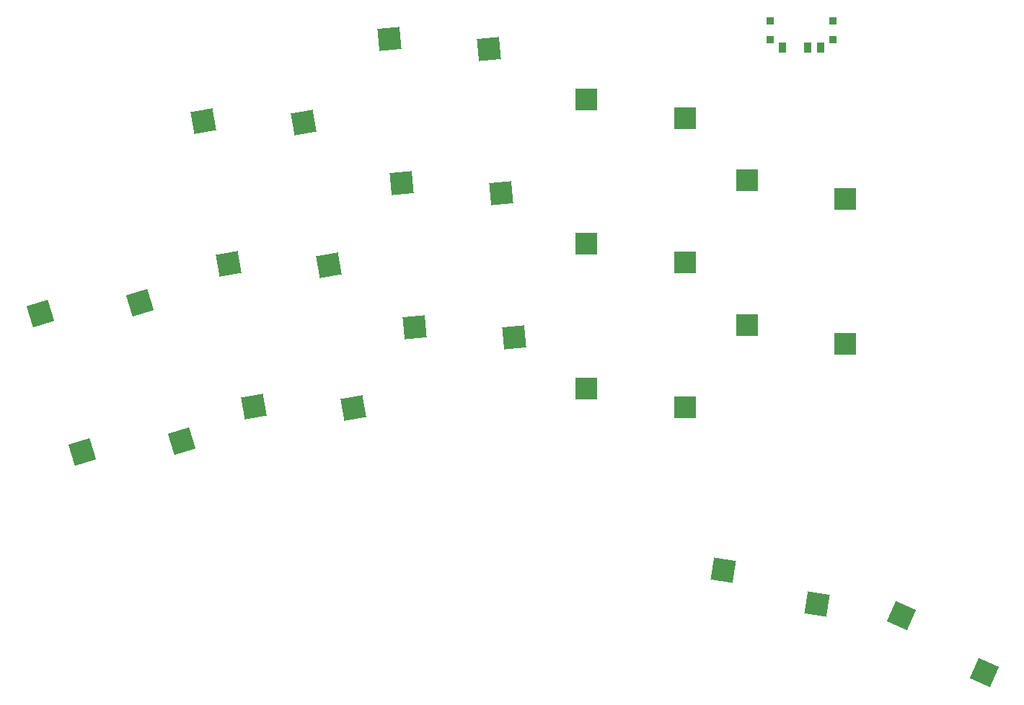
<source format=gbp>
%TF.GenerationSoftware,KiCad,Pcbnew,(6.0.4)*%
%TF.CreationDate,2022-05-21T21:26:49+02:00*%
%TF.ProjectId,battoota,62617474-6f6f-4746-912e-6b696361645f,v1.0.0*%
%TF.SameCoordinates,Original*%
%TF.FileFunction,Paste,Bot*%
%TF.FilePolarity,Positive*%
%FSLAX46Y46*%
G04 Gerber Fmt 4.6, Leading zero omitted, Abs format (unit mm)*
G04 Created by KiCad (PCBNEW (6.0.4)) date 2022-05-21 21:26:49*
%MOMM*%
%LPD*%
G01*
G04 APERTURE LIST*
G04 Aperture macros list*
%AMRotRect*
0 Rectangle, with rotation*
0 The origin of the aperture is its center*
0 $1 length*
0 $2 width*
0 $3 Rotation angle, in degrees counterclockwise*
0 Add horizontal line*
21,1,$1,$2,0,0,$3*%
G04 Aperture macros list end*
%ADD10RotRect,2.600000X2.600000X10.000000*%
%ADD11RotRect,2.600000X2.600000X5.000000*%
%ADD12R,2.600000X2.600000*%
%ADD13R,0.900000X0.900000*%
%ADD14R,0.900000X1.250000*%
%ADD15RotRect,2.600000X2.600000X336.000000*%
%ADD16RotRect,2.600000X2.600000X17.000000*%
%ADD17RotRect,2.600000X2.600000X351.000000*%
G04 APERTURE END LIST*
D10*
%TO.C,S11*%
X67128658Y110035975D03*
X78885213Y109875035D03*
%TD*%
D11*
%TO.C,S15*%
X90440529Y102756090D03*
X102138320Y101571111D03*
%TD*%
D12*
%TO.C,S21*%
X112136087Y95636017D03*
X123686087Y93436017D03*
%TD*%
D13*
%TO.C,T2*%
X141068406Y121851838D03*
X133668406Y121851838D03*
X141068406Y119651838D03*
X133668406Y119651838D03*
D14*
X135118406Y118676838D03*
X138118406Y118676838D03*
X139618406Y118676838D03*
%TD*%
D12*
%TO.C,S29*%
X130943280Y103103254D03*
X142493280Y100903254D03*
%TD*%
D15*
%TO.C,S33*%
X149143013Y52005912D03*
X158799642Y45298304D03*
%TD*%
D10*
%TO.C,S7*%
X73032696Y76552511D03*
X84789251Y76391571D03*
%TD*%
D16*
%TO.C,S5*%
X47970749Y87462459D03*
X59659287Y88735482D03*
%TD*%
D12*
%TO.C,S27*%
X130943280Y86103254D03*
X142493280Y83903254D03*
%TD*%
D10*
%TO.C,S9*%
X70080677Y93294243D03*
X81837232Y93133303D03*
%TD*%
D11*
%TO.C,S13*%
X91922177Y85820780D03*
X103619968Y84635801D03*
%TD*%
%TO.C,S17*%
X88958882Y119691400D03*
X100656673Y118506421D03*
%TD*%
D17*
%TO.C,S31*%
X128172224Y57326077D03*
X139235868Y53346345D03*
%TD*%
D16*
%TO.C,S3*%
X52941068Y71205278D03*
X64629606Y72478301D03*
%TD*%
D12*
%TO.C,S23*%
X112136087Y112636017D03*
X123686087Y110436017D03*
%TD*%
%TO.C,S19*%
X112136087Y78636017D03*
X123686087Y76436017D03*
%TD*%
M02*

</source>
